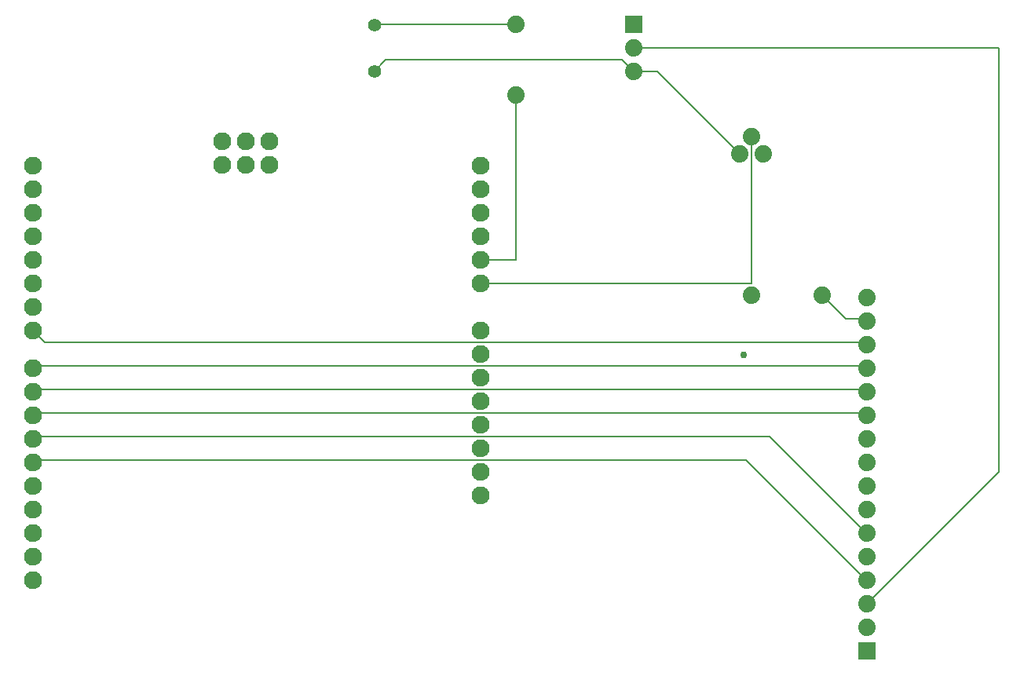
<source format=gbr>
G04 EAGLE Gerber RS-274X export*
G75*
%MOMM*%
%FSLAX34Y34*%
%LPD*%
%INTop Copper*%
%IPPOS*%
%AMOC8*
5,1,8,0,0,1.08239X$1,22.5*%
G01*
%ADD10C,1.930400*%
%ADD11R,1.879600X1.879600*%
%ADD12C,1.879600*%
%ADD13C,1.400000*%
%ADD14C,0.152400*%
%ADD15C,0.756400*%


D10*
X508000Y355600D03*
X508000Y381000D03*
X508000Y406400D03*
X508000Y431800D03*
X508000Y457200D03*
X508000Y482600D03*
X508000Y508000D03*
X508000Y533400D03*
X508000Y584200D03*
X508000Y609600D03*
X508000Y635000D03*
X508000Y660400D03*
X508000Y685800D03*
X508000Y711200D03*
X25400Y711200D03*
X25400Y685800D03*
X25400Y660400D03*
X25400Y635000D03*
X25400Y609600D03*
X25400Y584200D03*
X25400Y558800D03*
X25400Y533400D03*
X25400Y492760D03*
X25400Y467360D03*
X25400Y441960D03*
X25400Y416560D03*
X25400Y391160D03*
X25400Y365760D03*
X25400Y340360D03*
X25400Y314960D03*
X25400Y289560D03*
X25400Y264160D03*
X229100Y712600D03*
X229100Y738000D03*
X254500Y712600D03*
X254500Y738000D03*
X279900Y712600D03*
X279900Y738000D03*
D11*
X924500Y188000D03*
D12*
X924500Y213400D03*
X924500Y238800D03*
X924500Y264200D03*
X924500Y289600D03*
X924500Y315000D03*
X924500Y340400D03*
X924500Y365800D03*
X924500Y391200D03*
X924500Y416600D03*
X924500Y442000D03*
X924500Y467400D03*
X924500Y492800D03*
X924500Y518200D03*
X924500Y543600D03*
X924500Y569000D03*
D13*
X392900Y813200D03*
X392900Y863200D03*
D12*
X546100Y787400D03*
X546100Y863600D03*
X800100Y571500D03*
X876300Y571500D03*
X812800Y723900D03*
X800100Y742950D03*
X787400Y723900D03*
D11*
X672950Y863600D03*
D12*
X672950Y838200D03*
X672950Y812800D03*
D14*
X546100Y787400D02*
X546100Y609600D01*
X508000Y609600D01*
D15*
X790956Y507492D03*
D14*
X672950Y812800D02*
X660250Y825500D01*
X405200Y825500D01*
X392900Y813200D01*
X698500Y812800D02*
X787400Y723900D01*
X698500Y812800D02*
X672950Y812800D01*
X800100Y742950D02*
X800100Y584200D01*
X508000Y584200D01*
X546100Y863600D02*
X545592Y864108D01*
X546100Y863600D02*
X393700Y863600D01*
X392900Y863200D01*
X927100Y241300D02*
X1066800Y381000D01*
X1066800Y838200D01*
X672950Y838200D01*
X927100Y241300D02*
X924500Y238800D01*
X901700Y546100D02*
X876300Y571500D01*
X901700Y546100D02*
X920750Y546100D01*
X924500Y543600D01*
X920750Y520700D02*
X38100Y520700D01*
X25400Y533400D01*
X920750Y520700D02*
X924500Y518200D01*
X793750Y393700D02*
X920750Y266700D01*
X793750Y393700D02*
X25400Y393700D01*
X920750Y266700D02*
X924500Y264200D01*
X25400Y391160D02*
X25400Y393700D01*
X819150Y419100D02*
X920750Y317500D01*
X819150Y419100D02*
X25400Y419100D01*
X920750Y317500D02*
X924500Y315000D01*
X25400Y416560D02*
X25400Y419100D01*
X25400Y495300D02*
X920750Y495300D01*
X924500Y492800D01*
X25400Y492760D02*
X25400Y495300D01*
X25400Y469900D02*
X920750Y469900D01*
X924500Y467400D01*
X25400Y467360D02*
X25400Y469900D01*
X25400Y444500D02*
X920750Y444500D01*
X924500Y442000D01*
X25400Y441960D02*
X25400Y444500D01*
M02*

</source>
